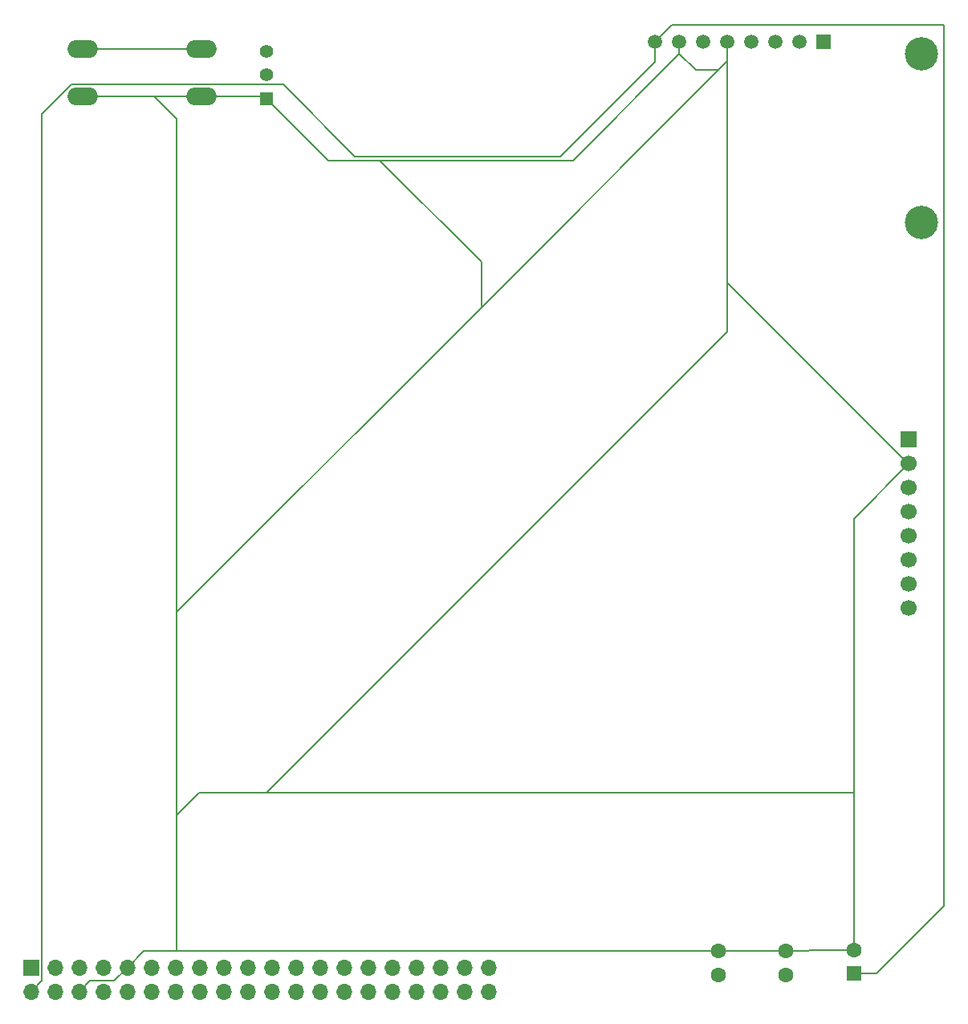
<source format=gbr>
%TF.GenerationSoftware,KiCad,Pcbnew,9.0.2*%
%TF.CreationDate,2025-07-02T02:47:12-04:00*%
%TF.ProjectId,PaperCam_Kicad,50617065-7243-4616-9d5f-4b696361642e,rev?*%
%TF.SameCoordinates,Original*%
%TF.FileFunction,Copper,L2,Bot*%
%TF.FilePolarity,Positive*%
%FSLAX46Y46*%
G04 Gerber Fmt 4.6, Leading zero omitted, Abs format (unit mm)*
G04 Created by KiCad (PCBNEW 9.0.2) date 2025-07-02 02:47:12*
%MOMM*%
%LPD*%
G01*
G04 APERTURE LIST*
G04 Aperture macros list*
%AMRoundRect*
0 Rectangle with rounded corners*
0 $1 Rounding radius*
0 $2 $3 $4 $5 $6 $7 $8 $9 X,Y pos of 4 corners*
0 Add a 4 corners polygon primitive as box body*
4,1,4,$2,$3,$4,$5,$6,$7,$8,$9,$2,$3,0*
0 Add four circle primitives for the rounded corners*
1,1,$1+$1,$2,$3*
1,1,$1+$1,$4,$5*
1,1,$1+$1,$6,$7*
1,1,$1+$1,$8,$9*
0 Add four rect primitives between the rounded corners*
20,1,$1+$1,$2,$3,$4,$5,0*
20,1,$1+$1,$4,$5,$6,$7,0*
20,1,$1+$1,$6,$7,$8,$9,0*
20,1,$1+$1,$8,$9,$2,$3,0*%
G04 Aperture macros list end*
%TA.AperFunction,ComponentPad*%
%ADD10R,1.508000X1.508000*%
%TD*%
%TA.AperFunction,ComponentPad*%
%ADD11C,1.508000*%
%TD*%
%TA.AperFunction,ComponentPad*%
%ADD12C,3.516000*%
%TD*%
%TA.AperFunction,ComponentPad*%
%ADD13C,1.600000*%
%TD*%
%TA.AperFunction,ComponentPad*%
%ADD14RoundRect,0.250000X0.550000X-0.550000X0.550000X0.550000X-0.550000X0.550000X-0.550000X-0.550000X0*%
%TD*%
%TA.AperFunction,ComponentPad*%
%ADD15R,1.408000X1.408000*%
%TD*%
%TA.AperFunction,ComponentPad*%
%ADD16C,1.408000*%
%TD*%
%TA.AperFunction,ComponentPad*%
%ADD17R,1.700000X1.700000*%
%TD*%
%TA.AperFunction,ComponentPad*%
%ADD18C,1.700000*%
%TD*%
%TA.AperFunction,ComponentPad*%
%ADD19O,3.200000X1.900000*%
%TD*%
%TA.AperFunction,ComponentPad*%
%ADD20O,1.700000X1.700000*%
%TD*%
%TA.AperFunction,Conductor*%
%ADD21C,0.200000*%
%TD*%
G04 APERTURE END LIST*
D10*
%TO.P,U1,1,VBUS*%
%TO.N,unconnected-(U1-VBUS-Pad1)*%
X94488000Y-4127500D03*
D11*
%TO.P,U1,2,VLIPO*%
%TO.N,unconnected-(U1-VLIPO-Pad2)*%
X91948000Y-4127500D03*
%TO.P,U1,3,VBAT*%
%TO.N,unconnected-(U1-VBAT-Pad3)*%
X89408000Y-4127500D03*
%TO.P,U1,4,EN*%
%TO.N,Net-(PowerSwitch1-B)*%
X86868000Y-4127500D03*
%TO.P,U1,5,GND*%
%TO.N,GND*%
X84328000Y-4127500D03*
%TO.P,U1,6,LBO*%
%TO.N,Net-(U1-LBO)*%
X81788000Y-4127500D03*
%TO.P,U1,7,GND*%
%TO.N,GND*%
X79248000Y-4127500D03*
%TO.P,U1,8,5V*%
%TO.N,+5V*%
X76708000Y-4127500D03*
D12*
%TO.P,U1,P2*%
%TO.N,N/C*%
X104775000Y-23177500D03*
%TO.P,U1,P1*%
X104775000Y-5397500D03*
%TD*%
D13*
%TO.P,C1,2*%
%TO.N,GND*%
X83343750Y-100012500D03*
%TO.P,C1,1*%
%TO.N,+3V3*%
X83343750Y-102512500D03*
%TD*%
D14*
%TO.P,C3,1*%
%TO.N,+5V*%
X97631250Y-102393750D03*
D13*
%TO.P,C3,2*%
%TO.N,GND*%
X97631250Y-99893750D03*
%TD*%
%TO.P,C2,1*%
%TO.N,+3V3*%
X90487500Y-102512500D03*
%TO.P,C2,2*%
%TO.N,GND*%
X90487500Y-100012500D03*
%TD*%
D15*
%TO.P,PowerSwitch1,1,A*%
%TO.N,GND*%
X35694745Y-10142305D03*
D16*
%TO.P,PowerSwitch1,2,B*%
%TO.N,Net-(PowerSwitch1-B)*%
X35694745Y-7642305D03*
%TO.P,PowerSwitch1,3,C*%
%TO.N,unconnected-(PowerSwitch1-C-Pad3)*%
X35694745Y-5142305D03*
%TD*%
D17*
%TO.P,Display1,1,Pin_1*%
%TO.N,+5V*%
X103460219Y-46071437D03*
D18*
%TO.P,Display1,2,Pin_2*%
%TO.N,GND*%
X103460219Y-48611437D03*
%TO.P,Display1,3,Pin_3*%
%TO.N,/DIN*%
X103460219Y-51151437D03*
%TO.P,Display1,4,Pin_4*%
%TO.N,/CLK*%
X103460219Y-53691437D03*
%TO.P,Display1,5,Pin_5*%
%TO.N,/CS*%
X103460219Y-56231437D03*
%TO.P,Display1,6,Pin_6*%
%TO.N,/DC*%
X103460219Y-58771437D03*
%TO.P,Display1,7,Pin_7*%
%TO.N,/RST*%
X103460219Y-61311437D03*
%TO.P,Display1,8,Pin_8*%
%TO.N,/BUSY*%
X103460219Y-63851437D03*
%TD*%
D19*
%TO.P,CameraButton1,1,1*%
%TO.N,Net-(CameraButton1-Pad1)*%
X28791828Y-4908870D03*
X16291828Y-4908870D03*
%TO.P,CameraButton1,2,2*%
%TO.N,GND*%
X28791828Y-9908870D03*
X16291828Y-9908870D03*
%TD*%
D20*
%TO.P,RaspberryPiGPIO1,40,40*%
%TO.N,unconnected-(RaspberryPiGPIO1-Pad40)*%
X59123750Y-104282500D03*
%TO.P,RaspberryPiGPIO1,39,39*%
%TO.N,unconnected-(RaspberryPiGPIO1-Pad39)*%
X59123750Y-101742500D03*
%TO.P,RaspberryPiGPIO1,38,38*%
%TO.N,unconnected-(RaspberryPiGPIO1-Pad38)*%
X56583750Y-104282500D03*
%TO.P,RaspberryPiGPIO1,37,37*%
%TO.N,unconnected-(RaspberryPiGPIO1-Pad37)*%
X56583750Y-101742500D03*
%TO.P,RaspberryPiGPIO1,36,36*%
%TO.N,unconnected-(RaspberryPiGPIO1-Pad36)*%
X54043750Y-104282500D03*
%TO.P,RaspberryPiGPIO1,35,35*%
%TO.N,unconnected-(RaspberryPiGPIO1-Pad35)*%
X54043750Y-101742500D03*
%TO.P,RaspberryPiGPIO1,34,34*%
%TO.N,unconnected-(RaspberryPiGPIO1-Pad34)*%
X51503750Y-104282500D03*
%TO.P,RaspberryPiGPIO1,33,33*%
%TO.N,unconnected-(RaspberryPiGPIO1-Pad33)*%
X51503750Y-101742500D03*
%TO.P,RaspberryPiGPIO1,32,32*%
%TO.N,unconnected-(RaspberryPiGPIO1-Pad32)*%
X48963750Y-104282500D03*
%TO.P,RaspberryPiGPIO1,31,31*%
%TO.N,unconnected-(RaspberryPiGPIO1-Pad31)*%
X48963750Y-101742500D03*
%TO.P,RaspberryPiGPIO1,30,30*%
%TO.N,unconnected-(RaspberryPiGPIO1-Pad30)*%
X46423750Y-104282500D03*
%TO.P,RaspberryPiGPIO1,29,29*%
%TO.N,unconnected-(RaspberryPiGPIO1-Pad29)*%
X46423750Y-101742500D03*
%TO.P,RaspberryPiGPIO1,28,28*%
%TO.N,unconnected-(RaspberryPiGPIO1-Pad28)*%
X43883750Y-104282500D03*
%TO.P,RaspberryPiGPIO1,27,27*%
%TO.N,unconnected-(RaspberryPiGPIO1-Pad27)*%
X43883750Y-101742500D03*
%TO.P,RaspberryPiGPIO1,26,26*%
%TO.N,unconnected-(RaspberryPiGPIO1-Pad26)*%
X41343750Y-104282500D03*
%TO.P,RaspberryPiGPIO1,25,25*%
%TO.N,unconnected-(RaspberryPiGPIO1-Pad25)*%
X41343750Y-101742500D03*
%TO.P,RaspberryPiGPIO1,24,24*%
%TO.N,/CS*%
X38803750Y-104282500D03*
%TO.P,RaspberryPiGPIO1,23,23*%
%TO.N,/CLK*%
X38803750Y-101742500D03*
%TO.P,RaspberryPiGPIO1,22,22*%
%TO.N,/DC*%
X36263750Y-104282500D03*
%TO.P,RaspberryPiGPIO1,21,21*%
%TO.N,unconnected-(RaspberryPiGPIO1-Pad21)*%
X36263750Y-101742500D03*
%TO.P,RaspberryPiGPIO1,20,20*%
%TO.N,unconnected-(RaspberryPiGPIO1-Pad20)*%
X33723750Y-104282500D03*
%TO.P,RaspberryPiGPIO1,19,19*%
%TO.N,/DIN*%
X33723750Y-101742500D03*
%TO.P,RaspberryPiGPIO1,18,18*%
%TO.N,/RST*%
X31183750Y-104282500D03*
%TO.P,RaspberryPiGPIO1,17,17*%
%TO.N,unconnected-(RaspberryPiGPIO1-Pad17)*%
X31183750Y-101742500D03*
%TO.P,RaspberryPiGPIO1,16,16*%
%TO.N,/BUSY*%
X28643750Y-104282500D03*
%TO.P,RaspberryPiGPIO1,15,15*%
%TO.N,Net-(U1-LBO)*%
X28643750Y-101742500D03*
%TO.P,RaspberryPiGPIO1,14,14*%
%TO.N,unconnected-(RaspberryPiGPIO1-Pad14)*%
X26103750Y-104282500D03*
%TO.P,RaspberryPiGPIO1,13,13*%
%TO.N,unconnected-(RaspberryPiGPIO1-Pad13)*%
X26103750Y-101742500D03*
%TO.P,RaspberryPiGPIO1,12,12*%
%TO.N,unconnected-(RaspberryPiGPIO1-Pad12)*%
X23563750Y-104282500D03*
%TO.P,RaspberryPiGPIO1,11,11*%
%TO.N,Net-(CameraButton1-Pad1)*%
X23563750Y-101742500D03*
%TO.P,RaspberryPiGPIO1,10,10*%
%TO.N,unconnected-(RaspberryPiGPIO1-Pad10)*%
X21023750Y-104282500D03*
%TO.P,RaspberryPiGPIO1,9,9*%
%TO.N,GND*%
X21023750Y-101742500D03*
%TO.P,RaspberryPiGPIO1,8,8*%
%TO.N,unconnected-(RaspberryPiGPIO1-Pad8)*%
X18483750Y-104282500D03*
%TO.P,RaspberryPiGPIO1,7,7*%
%TO.N,unconnected-(RaspberryPiGPIO1-Pad7)*%
X18483750Y-101742500D03*
%TO.P,RaspberryPiGPIO1,6,6*%
%TO.N,GND*%
X15943750Y-104282500D03*
%TO.P,RaspberryPiGPIO1,5,5*%
%TO.N,unconnected-(RaspberryPiGPIO1-Pad5)*%
X15943750Y-101742500D03*
%TO.P,RaspberryPiGPIO1,4,4*%
%TO.N,unconnected-(RaspberryPiGPIO1-Pad4)*%
X13403750Y-104282500D03*
%TO.P,RaspberryPiGPIO1,3,3*%
%TO.N,unconnected-(RaspberryPiGPIO1-Pad3)*%
X13403750Y-101742500D03*
%TO.P,RaspberryPiGPIO1,2,2*%
%TO.N,+5V*%
X10863750Y-104282500D03*
D17*
%TO.P,RaspberryPiGPIO1,1,1*%
%TO.N,+3V3*%
X10863750Y-101742500D03*
%TD*%
D21*
%TO.N,GND*%
X35718750Y-83343750D02*
X28575000Y-83343750D01*
X84328000Y-34734500D02*
X84328000Y-29559250D01*
X35718750Y-83343750D02*
X84328000Y-34734500D01*
X47625000Y-16668750D02*
X42221190Y-16668750D01*
X83343750Y-7143750D02*
X58340625Y-32146875D01*
X47625000Y-16668750D02*
X58340625Y-27384375D01*
X58340625Y-27384375D02*
X58340625Y-32146875D01*
X97631250Y-99893750D02*
X97631250Y-83343750D01*
X26193750Y-100012500D02*
X26193750Y-85725000D01*
X97631250Y-83343750D02*
X35718750Y-83343750D01*
X28575000Y-83343750D02*
X26193750Y-85725000D01*
X26193750Y-85725000D02*
X26193750Y-64293750D01*
X58340625Y-32146875D02*
X26193750Y-64293750D01*
X26193750Y-100012500D02*
X83343750Y-100012500D01*
X16291828Y-9908870D02*
X23812500Y-9908870D01*
X26193750Y-64293750D02*
X26193750Y-12290120D01*
X26193750Y-12290120D02*
X23812500Y-9908870D01*
%TO.N,+5V*%
X10863750Y-104282500D02*
X12014750Y-103131500D01*
X15123647Y-8657870D02*
X37432928Y-8657870D01*
X66675000Y-16267750D02*
X76708000Y-6234750D01*
X37432928Y-8657870D02*
X45042808Y-16267750D01*
X12014750Y-11766767D02*
X15123647Y-8657870D01*
X12014750Y-103131500D02*
X12014750Y-11766767D01*
X45042808Y-16267750D02*
X66675000Y-16267750D01*
X76708000Y-6234750D02*
X76708000Y-4127500D01*
%TO.N,GND*%
X79248000Y-5429250D02*
X68008500Y-16668750D01*
X68008500Y-16668750D02*
X47625000Y-16668750D01*
X42221190Y-16668750D02*
X35694745Y-10142305D01*
X83343750Y-7143750D02*
X80962500Y-7143750D01*
X84328000Y-4127500D02*
X84328000Y-6159500D01*
X84328000Y-6159500D02*
X83343750Y-7143750D01*
X79248000Y-5429250D02*
X79248000Y-4127500D01*
X80962500Y-7143750D02*
X79248000Y-5429250D01*
X103460219Y-48611437D02*
X103380187Y-48611437D01*
X103380187Y-48611437D02*
X84328000Y-29559250D01*
X84328000Y-29559250D02*
X84328000Y-4127500D01*
X97631250Y-83343750D02*
X97631250Y-54440406D01*
X97631250Y-54440406D02*
X103460219Y-48611437D01*
X21023750Y-101742500D02*
X22753750Y-100012500D01*
X22753750Y-100012500D02*
X26193750Y-100012500D01*
X90487500Y-100012500D02*
X92868750Y-100012500D01*
X92868750Y-100012500D02*
X92987500Y-99893750D01*
X92987500Y-99893750D02*
X97631250Y-99893750D01*
X83343750Y-100012500D02*
X90487500Y-100012500D01*
X15943750Y-104282500D02*
X17094750Y-103131500D01*
X17094750Y-103131500D02*
X19634750Y-103131500D01*
X19634750Y-103131500D02*
X21023750Y-101742500D01*
X28791828Y-9908870D02*
X35461310Y-9908870D01*
X35461310Y-9908870D02*
X35694745Y-10142305D01*
%TO.N,Net-(CameraButton1-Pad1)*%
X16291828Y-4908870D02*
X28791828Y-4908870D01*
%TO.N,GND*%
X23812500Y-9908870D02*
X28791828Y-9908870D01*
%TO.N,+5V*%
X76708000Y-4127500D02*
X78454250Y-2381250D01*
X100012500Y-102393750D02*
X97631250Y-102393750D01*
X78454250Y-2381250D02*
X107156250Y-2381250D01*
X107156250Y-2381250D02*
X107156250Y-95250000D01*
X107156250Y-95250000D02*
X100012500Y-102393750D01*
%TD*%
M02*

</source>
